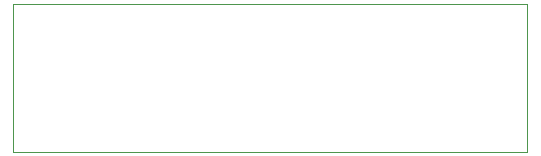
<source format=gbr>
%TF.GenerationSoftware,KiCad,Pcbnew,(6.0.2)*%
%TF.CreationDate,2022-06-29T15:51:45+02:00*%
%TF.ProjectId,ZM_31,5a4d5f33-312e-46b6-9963-61645f706362,rev?*%
%TF.SameCoordinates,Original*%
%TF.FileFunction,Profile,NP*%
%FSLAX46Y46*%
G04 Gerber Fmt 4.6, Leading zero omitted, Abs format (unit mm)*
G04 Created by KiCad (PCBNEW (6.0.2)) date 2022-06-29 15:51:45*
%MOMM*%
%LPD*%
G01*
G04 APERTURE LIST*
%TA.AperFunction,Profile*%
%ADD10C,0.100000*%
%TD*%
G04 APERTURE END LIST*
D10*
X136000000Y-70000000D02*
X136000000Y-57500000D01*
X92500000Y-70000000D02*
X136000000Y-70000000D01*
X136000000Y-57500000D02*
X92500000Y-57500000D01*
X92500000Y-57500000D02*
X92500000Y-70000000D01*
M02*

</source>
